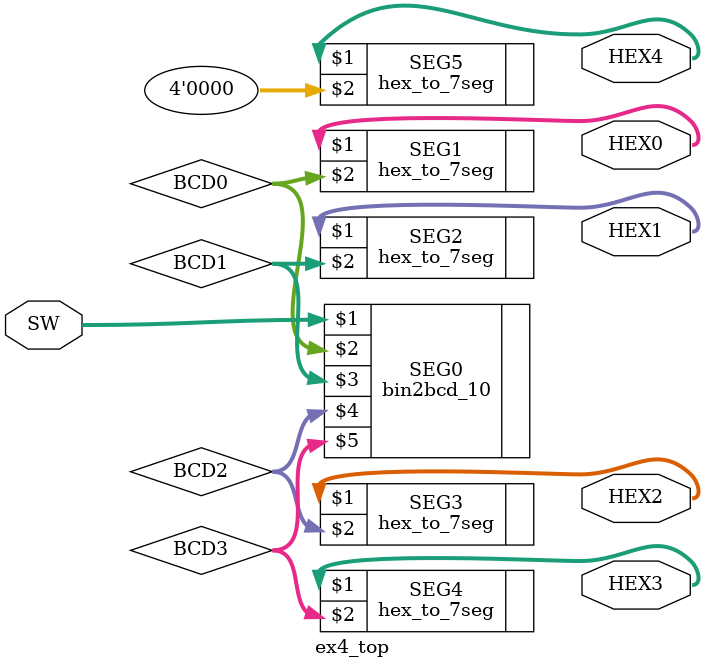
<source format=v>
module ex4_top(SW, HEX0, HEX1, HEX2, HEX3, HEX4);

	input [9:0] SW;
	output [6:0] HEX0;
	output [6:0] HEX1;
	output [6:0] HEX2;
	output [6:0] HEX3;
	output [6:0] HEX4;
	
	wire [3:0] BCD0;
	wire [3:0] BCD1;
	wire [3:0] BCD2;
	wire [3:0] BCD3;
	//wire [3:0] BCD4;
	
	
	
	bin2bcd_10 SEG0(SW[9:0], BCD0[3:0], BCD1[3:0], BCD2[3:0], BCD3[3:0]);
	
	hex_to_7seg SEG1(HEX0[6:0], BCD0[3:0]);
	hex_to_7seg SEG2(HEX1[6:0], BCD1[3:0]);
	hex_to_7seg SEG3(HEX2[6:0], BCD2[3:0]);
	hex_to_7seg SEG4(HEX3[6:0], BCD3[3:0]);
	hex_to_7seg SEG5(HEX4[6:0], 4'b0);
	
endmodule
	


</source>
